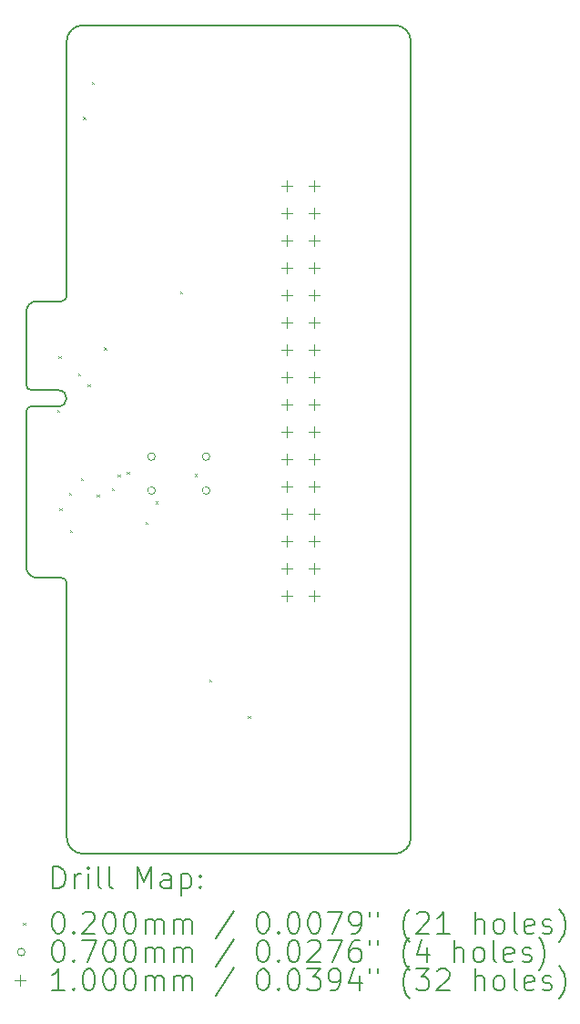
<source format=gbr>
%TF.GenerationSoftware,KiCad,Pcbnew,9.0.2*%
%TF.CreationDate,2025-06-24T15:08:36-04:00*%
%TF.ProjectId,uconsole-expansion-card-template,75636f6e-736f-46c6-952d-657870616e73,0.1*%
%TF.SameCoordinates,Original*%
%TF.FileFunction,Drillmap*%
%TF.FilePolarity,Positive*%
%FSLAX45Y45*%
G04 Gerber Fmt 4.5, Leading zero omitted, Abs format (unit mm)*
G04 Created by KiCad (PCBNEW 9.0.2) date 2025-06-24 15:08:36*
%MOMM*%
%LPD*%
G01*
G04 APERTURE LIST*
%ADD10C,0.200000*%
%ADD11C,0.100000*%
G04 APERTURE END LIST*
D10*
X8361500Y-11335000D02*
G75*
G02*
X8261500Y-11235000I0J100000D01*
G01*
X11688500Y-13900000D02*
X8788500Y-13900000D01*
X11688500Y-6200000D02*
G75*
G02*
X11838500Y-6350000I0J-150000D01*
G01*
X8261500Y-8865000D02*
G75*
G02*
X8361500Y-8765000I100000J0D01*
G01*
X8361500Y-8765000D02*
X8588500Y-8765000D01*
X8638500Y-13750000D02*
X8638500Y-11385000D01*
X8638500Y-8715000D02*
X8638500Y-6350000D01*
X8261500Y-11235000D02*
X8261500Y-9792000D01*
X8788500Y-6200000D02*
X11688500Y-6200000D01*
X11838500Y-6350000D02*
X11838500Y-13750000D01*
X8261500Y-9792000D02*
G75*
G02*
X8311500Y-9742000I50000J0D01*
G01*
X8561500Y-9592000D02*
G75*
G02*
X8561500Y-9742000I0J-75000D01*
G01*
X8638500Y-8715000D02*
G75*
G02*
X8588500Y-8765000I-50000J0D01*
G01*
X8561500Y-9742000D02*
X8311500Y-9742000D01*
X8311500Y-9592000D02*
G75*
G02*
X8261500Y-9542000I0J50000D01*
G01*
X8638500Y-6350000D02*
G75*
G02*
X8788500Y-6200000I150000J0D01*
G01*
X8261500Y-9542000D02*
X8261500Y-8865000D01*
X8588500Y-11335000D02*
G75*
G02*
X8638500Y-11385000I0J-50000D01*
G01*
X8588500Y-11335000D02*
X8361500Y-11335000D01*
X8311500Y-9592000D02*
X8561500Y-9592000D01*
X8788500Y-13900000D02*
G75*
G02*
X8638500Y-13750000I0J150000D01*
G01*
X11838500Y-13750000D02*
G75*
G02*
X11688500Y-13900000I-150000J0D01*
G01*
D11*
X8551850Y-9774330D02*
X8571850Y-9794330D01*
X8571850Y-9774330D02*
X8551850Y-9794330D01*
X8562750Y-9273740D02*
X8582750Y-9293740D01*
X8582750Y-9273740D02*
X8562750Y-9293740D01*
X8571580Y-10689920D02*
X8591580Y-10709920D01*
X8591580Y-10689920D02*
X8571580Y-10709920D01*
X8660760Y-10546950D02*
X8680760Y-10566950D01*
X8680760Y-10546950D02*
X8660760Y-10566950D01*
X8667770Y-10893410D02*
X8687770Y-10913410D01*
X8687770Y-10893410D02*
X8667770Y-10913410D01*
X8742660Y-9437760D02*
X8762660Y-9457760D01*
X8762660Y-9437760D02*
X8742660Y-9457760D01*
X8769226Y-10407774D02*
X8789226Y-10427774D01*
X8789226Y-10407774D02*
X8769226Y-10427774D01*
X8791000Y-7051400D02*
X8811000Y-7071400D01*
X8811000Y-7051400D02*
X8791000Y-7071400D01*
X8834550Y-9534800D02*
X8854550Y-9554800D01*
X8854550Y-9534800D02*
X8834550Y-9554800D01*
X8873000Y-6724000D02*
X8893000Y-6744000D01*
X8893000Y-6724000D02*
X8873000Y-6744000D01*
X8918705Y-10561705D02*
X8938705Y-10581705D01*
X8938705Y-10561705D02*
X8918705Y-10581705D01*
X8986580Y-9193920D02*
X9006580Y-9213920D01*
X9006580Y-9193920D02*
X8986580Y-9213920D01*
X9059436Y-10501985D02*
X9079436Y-10521985D01*
X9079436Y-10501985D02*
X9059436Y-10521985D01*
X9112780Y-10377850D02*
X9132780Y-10397850D01*
X9132780Y-10377850D02*
X9112780Y-10397850D01*
X9196060Y-10348600D02*
X9216060Y-10368600D01*
X9216060Y-10348600D02*
X9196060Y-10368600D01*
X9371551Y-10814099D02*
X9391551Y-10834099D01*
X9391551Y-10814099D02*
X9371551Y-10834099D01*
X9462160Y-10625870D02*
X9482160Y-10645870D01*
X9482160Y-10625870D02*
X9462160Y-10645870D01*
X9690950Y-8674800D02*
X9710950Y-8694800D01*
X9710950Y-8674800D02*
X9690950Y-8694800D01*
X9831000Y-10372000D02*
X9851000Y-10392000D01*
X9851000Y-10372000D02*
X9831000Y-10392000D01*
X9965600Y-12281240D02*
X9985600Y-12301240D01*
X9985600Y-12281240D02*
X9965600Y-12301240D01*
X10324610Y-12621810D02*
X10344610Y-12641810D01*
X10344610Y-12621810D02*
X10324610Y-12641810D01*
X9461000Y-10210000D02*
G75*
G02*
X9391000Y-10210000I-35000J0D01*
G01*
X9391000Y-10210000D02*
G75*
G02*
X9461000Y-10210000I35000J0D01*
G01*
X9461000Y-10525000D02*
G75*
G02*
X9391000Y-10525000I-35000J0D01*
G01*
X9391000Y-10525000D02*
G75*
G02*
X9461000Y-10525000I35000J0D01*
G01*
X9969000Y-10210000D02*
G75*
G02*
X9899000Y-10210000I-35000J0D01*
G01*
X9899000Y-10210000D02*
G75*
G02*
X9969000Y-10210000I35000J0D01*
G01*
X9969000Y-10525000D02*
G75*
G02*
X9899000Y-10525000I-35000J0D01*
G01*
X9899000Y-10525000D02*
G75*
G02*
X9969000Y-10525000I35000J0D01*
G01*
X10687500Y-7645000D02*
X10687500Y-7745000D01*
X10637500Y-7695000D02*
X10737500Y-7695000D01*
X10687500Y-7899000D02*
X10687500Y-7999000D01*
X10637500Y-7949000D02*
X10737500Y-7949000D01*
X10687500Y-8153000D02*
X10687500Y-8253000D01*
X10637500Y-8203000D02*
X10737500Y-8203000D01*
X10687500Y-8407000D02*
X10687500Y-8507000D01*
X10637500Y-8457000D02*
X10737500Y-8457000D01*
X10687500Y-8661000D02*
X10687500Y-8761000D01*
X10637500Y-8711000D02*
X10737500Y-8711000D01*
X10687500Y-8915000D02*
X10687500Y-9015000D01*
X10637500Y-8965000D02*
X10737500Y-8965000D01*
X10687500Y-9169000D02*
X10687500Y-9269000D01*
X10637500Y-9219000D02*
X10737500Y-9219000D01*
X10687500Y-9423000D02*
X10687500Y-9523000D01*
X10637500Y-9473000D02*
X10737500Y-9473000D01*
X10687500Y-9677000D02*
X10687500Y-9777000D01*
X10637500Y-9727000D02*
X10737500Y-9727000D01*
X10687500Y-9931000D02*
X10687500Y-10031000D01*
X10637500Y-9981000D02*
X10737500Y-9981000D01*
X10687500Y-10185000D02*
X10687500Y-10285000D01*
X10637500Y-10235000D02*
X10737500Y-10235000D01*
X10687500Y-10439000D02*
X10687500Y-10539000D01*
X10637500Y-10489000D02*
X10737500Y-10489000D01*
X10687500Y-10693000D02*
X10687500Y-10793000D01*
X10637500Y-10743000D02*
X10737500Y-10743000D01*
X10687500Y-10947000D02*
X10687500Y-11047000D01*
X10637500Y-10997000D02*
X10737500Y-10997000D01*
X10687500Y-11201000D02*
X10687500Y-11301000D01*
X10637500Y-11251000D02*
X10737500Y-11251000D01*
X10687500Y-11455000D02*
X10687500Y-11555000D01*
X10637500Y-11505000D02*
X10737500Y-11505000D01*
X10941500Y-7645000D02*
X10941500Y-7745000D01*
X10891500Y-7695000D02*
X10991500Y-7695000D01*
X10941500Y-7899000D02*
X10941500Y-7999000D01*
X10891500Y-7949000D02*
X10991500Y-7949000D01*
X10941500Y-8153000D02*
X10941500Y-8253000D01*
X10891500Y-8203000D02*
X10991500Y-8203000D01*
X10941500Y-8407000D02*
X10941500Y-8507000D01*
X10891500Y-8457000D02*
X10991500Y-8457000D01*
X10941500Y-8661000D02*
X10941500Y-8761000D01*
X10891500Y-8711000D02*
X10991500Y-8711000D01*
X10941500Y-8915000D02*
X10941500Y-9015000D01*
X10891500Y-8965000D02*
X10991500Y-8965000D01*
X10941500Y-9169000D02*
X10941500Y-9269000D01*
X10891500Y-9219000D02*
X10991500Y-9219000D01*
X10941500Y-9423000D02*
X10941500Y-9523000D01*
X10891500Y-9473000D02*
X10991500Y-9473000D01*
X10941500Y-9677000D02*
X10941500Y-9777000D01*
X10891500Y-9727000D02*
X10991500Y-9727000D01*
X10941500Y-9931000D02*
X10941500Y-10031000D01*
X10891500Y-9981000D02*
X10991500Y-9981000D01*
X10941500Y-10185000D02*
X10941500Y-10285000D01*
X10891500Y-10235000D02*
X10991500Y-10235000D01*
X10941500Y-10439000D02*
X10941500Y-10539000D01*
X10891500Y-10489000D02*
X10991500Y-10489000D01*
X10941500Y-10693000D02*
X10941500Y-10793000D01*
X10891500Y-10743000D02*
X10991500Y-10743000D01*
X10941500Y-10947000D02*
X10941500Y-11047000D01*
X10891500Y-10997000D02*
X10991500Y-10997000D01*
X10941500Y-11201000D02*
X10941500Y-11301000D01*
X10891500Y-11251000D02*
X10991500Y-11251000D01*
X10941500Y-11455000D02*
X10941500Y-11555000D01*
X10891500Y-11505000D02*
X10991500Y-11505000D01*
D10*
X8512277Y-14221484D02*
X8512277Y-14021484D01*
X8512277Y-14021484D02*
X8559896Y-14021484D01*
X8559896Y-14021484D02*
X8588467Y-14031008D01*
X8588467Y-14031008D02*
X8607515Y-14050055D01*
X8607515Y-14050055D02*
X8617039Y-14069103D01*
X8617039Y-14069103D02*
X8626563Y-14107198D01*
X8626563Y-14107198D02*
X8626563Y-14135769D01*
X8626563Y-14135769D02*
X8617039Y-14173865D01*
X8617039Y-14173865D02*
X8607515Y-14192912D01*
X8607515Y-14192912D02*
X8588467Y-14211960D01*
X8588467Y-14211960D02*
X8559896Y-14221484D01*
X8559896Y-14221484D02*
X8512277Y-14221484D01*
X8712277Y-14221484D02*
X8712277Y-14088150D01*
X8712277Y-14126246D02*
X8721801Y-14107198D01*
X8721801Y-14107198D02*
X8731324Y-14097674D01*
X8731324Y-14097674D02*
X8750372Y-14088150D01*
X8750372Y-14088150D02*
X8769420Y-14088150D01*
X8836086Y-14221484D02*
X8836086Y-14088150D01*
X8836086Y-14021484D02*
X8826563Y-14031008D01*
X8826563Y-14031008D02*
X8836086Y-14040531D01*
X8836086Y-14040531D02*
X8845610Y-14031008D01*
X8845610Y-14031008D02*
X8836086Y-14021484D01*
X8836086Y-14021484D02*
X8836086Y-14040531D01*
X8959896Y-14221484D02*
X8940848Y-14211960D01*
X8940848Y-14211960D02*
X8931324Y-14192912D01*
X8931324Y-14192912D02*
X8931324Y-14021484D01*
X9064658Y-14221484D02*
X9045610Y-14211960D01*
X9045610Y-14211960D02*
X9036086Y-14192912D01*
X9036086Y-14192912D02*
X9036086Y-14021484D01*
X9293229Y-14221484D02*
X9293229Y-14021484D01*
X9293229Y-14021484D02*
X9359896Y-14164341D01*
X9359896Y-14164341D02*
X9426563Y-14021484D01*
X9426563Y-14021484D02*
X9426563Y-14221484D01*
X9607515Y-14221484D02*
X9607515Y-14116722D01*
X9607515Y-14116722D02*
X9597991Y-14097674D01*
X9597991Y-14097674D02*
X9578944Y-14088150D01*
X9578944Y-14088150D02*
X9540848Y-14088150D01*
X9540848Y-14088150D02*
X9521801Y-14097674D01*
X9607515Y-14211960D02*
X9588467Y-14221484D01*
X9588467Y-14221484D02*
X9540848Y-14221484D01*
X9540848Y-14221484D02*
X9521801Y-14211960D01*
X9521801Y-14211960D02*
X9512277Y-14192912D01*
X9512277Y-14192912D02*
X9512277Y-14173865D01*
X9512277Y-14173865D02*
X9521801Y-14154817D01*
X9521801Y-14154817D02*
X9540848Y-14145293D01*
X9540848Y-14145293D02*
X9588467Y-14145293D01*
X9588467Y-14145293D02*
X9607515Y-14135769D01*
X9702753Y-14088150D02*
X9702753Y-14288150D01*
X9702753Y-14097674D02*
X9721801Y-14088150D01*
X9721801Y-14088150D02*
X9759896Y-14088150D01*
X9759896Y-14088150D02*
X9778944Y-14097674D01*
X9778944Y-14097674D02*
X9788467Y-14107198D01*
X9788467Y-14107198D02*
X9797991Y-14126246D01*
X9797991Y-14126246D02*
X9797991Y-14183388D01*
X9797991Y-14183388D02*
X9788467Y-14202436D01*
X9788467Y-14202436D02*
X9778944Y-14211960D01*
X9778944Y-14211960D02*
X9759896Y-14221484D01*
X9759896Y-14221484D02*
X9721801Y-14221484D01*
X9721801Y-14221484D02*
X9702753Y-14211960D01*
X9883705Y-14202436D02*
X9893229Y-14211960D01*
X9893229Y-14211960D02*
X9883705Y-14221484D01*
X9883705Y-14221484D02*
X9874182Y-14211960D01*
X9874182Y-14211960D02*
X9883705Y-14202436D01*
X9883705Y-14202436D02*
X9883705Y-14221484D01*
X9883705Y-14097674D02*
X9893229Y-14107198D01*
X9893229Y-14107198D02*
X9883705Y-14116722D01*
X9883705Y-14116722D02*
X9874182Y-14107198D01*
X9874182Y-14107198D02*
X9883705Y-14097674D01*
X9883705Y-14097674D02*
X9883705Y-14116722D01*
D11*
X8231500Y-14540000D02*
X8251500Y-14560000D01*
X8251500Y-14540000D02*
X8231500Y-14560000D01*
D10*
X8550372Y-14441484D02*
X8569420Y-14441484D01*
X8569420Y-14441484D02*
X8588467Y-14451008D01*
X8588467Y-14451008D02*
X8597991Y-14460531D01*
X8597991Y-14460531D02*
X8607515Y-14479579D01*
X8607515Y-14479579D02*
X8617039Y-14517674D01*
X8617039Y-14517674D02*
X8617039Y-14565293D01*
X8617039Y-14565293D02*
X8607515Y-14603388D01*
X8607515Y-14603388D02*
X8597991Y-14622436D01*
X8597991Y-14622436D02*
X8588467Y-14631960D01*
X8588467Y-14631960D02*
X8569420Y-14641484D01*
X8569420Y-14641484D02*
X8550372Y-14641484D01*
X8550372Y-14641484D02*
X8531324Y-14631960D01*
X8531324Y-14631960D02*
X8521801Y-14622436D01*
X8521801Y-14622436D02*
X8512277Y-14603388D01*
X8512277Y-14603388D02*
X8502753Y-14565293D01*
X8502753Y-14565293D02*
X8502753Y-14517674D01*
X8502753Y-14517674D02*
X8512277Y-14479579D01*
X8512277Y-14479579D02*
X8521801Y-14460531D01*
X8521801Y-14460531D02*
X8531324Y-14451008D01*
X8531324Y-14451008D02*
X8550372Y-14441484D01*
X8702753Y-14622436D02*
X8712277Y-14631960D01*
X8712277Y-14631960D02*
X8702753Y-14641484D01*
X8702753Y-14641484D02*
X8693229Y-14631960D01*
X8693229Y-14631960D02*
X8702753Y-14622436D01*
X8702753Y-14622436D02*
X8702753Y-14641484D01*
X8788467Y-14460531D02*
X8797991Y-14451008D01*
X8797991Y-14451008D02*
X8817039Y-14441484D01*
X8817039Y-14441484D02*
X8864658Y-14441484D01*
X8864658Y-14441484D02*
X8883705Y-14451008D01*
X8883705Y-14451008D02*
X8893229Y-14460531D01*
X8893229Y-14460531D02*
X8902753Y-14479579D01*
X8902753Y-14479579D02*
X8902753Y-14498627D01*
X8902753Y-14498627D02*
X8893229Y-14527198D01*
X8893229Y-14527198D02*
X8778944Y-14641484D01*
X8778944Y-14641484D02*
X8902753Y-14641484D01*
X9026563Y-14441484D02*
X9045610Y-14441484D01*
X9045610Y-14441484D02*
X9064658Y-14451008D01*
X9064658Y-14451008D02*
X9074182Y-14460531D01*
X9074182Y-14460531D02*
X9083705Y-14479579D01*
X9083705Y-14479579D02*
X9093229Y-14517674D01*
X9093229Y-14517674D02*
X9093229Y-14565293D01*
X9093229Y-14565293D02*
X9083705Y-14603388D01*
X9083705Y-14603388D02*
X9074182Y-14622436D01*
X9074182Y-14622436D02*
X9064658Y-14631960D01*
X9064658Y-14631960D02*
X9045610Y-14641484D01*
X9045610Y-14641484D02*
X9026563Y-14641484D01*
X9026563Y-14641484D02*
X9007515Y-14631960D01*
X9007515Y-14631960D02*
X8997991Y-14622436D01*
X8997991Y-14622436D02*
X8988467Y-14603388D01*
X8988467Y-14603388D02*
X8978944Y-14565293D01*
X8978944Y-14565293D02*
X8978944Y-14517674D01*
X8978944Y-14517674D02*
X8988467Y-14479579D01*
X8988467Y-14479579D02*
X8997991Y-14460531D01*
X8997991Y-14460531D02*
X9007515Y-14451008D01*
X9007515Y-14451008D02*
X9026563Y-14441484D01*
X9217039Y-14441484D02*
X9236086Y-14441484D01*
X9236086Y-14441484D02*
X9255134Y-14451008D01*
X9255134Y-14451008D02*
X9264658Y-14460531D01*
X9264658Y-14460531D02*
X9274182Y-14479579D01*
X9274182Y-14479579D02*
X9283705Y-14517674D01*
X9283705Y-14517674D02*
X9283705Y-14565293D01*
X9283705Y-14565293D02*
X9274182Y-14603388D01*
X9274182Y-14603388D02*
X9264658Y-14622436D01*
X9264658Y-14622436D02*
X9255134Y-14631960D01*
X9255134Y-14631960D02*
X9236086Y-14641484D01*
X9236086Y-14641484D02*
X9217039Y-14641484D01*
X9217039Y-14641484D02*
X9197991Y-14631960D01*
X9197991Y-14631960D02*
X9188467Y-14622436D01*
X9188467Y-14622436D02*
X9178944Y-14603388D01*
X9178944Y-14603388D02*
X9169420Y-14565293D01*
X9169420Y-14565293D02*
X9169420Y-14517674D01*
X9169420Y-14517674D02*
X9178944Y-14479579D01*
X9178944Y-14479579D02*
X9188467Y-14460531D01*
X9188467Y-14460531D02*
X9197991Y-14451008D01*
X9197991Y-14451008D02*
X9217039Y-14441484D01*
X9369420Y-14641484D02*
X9369420Y-14508150D01*
X9369420Y-14527198D02*
X9378944Y-14517674D01*
X9378944Y-14517674D02*
X9397991Y-14508150D01*
X9397991Y-14508150D02*
X9426563Y-14508150D01*
X9426563Y-14508150D02*
X9445610Y-14517674D01*
X9445610Y-14517674D02*
X9455134Y-14536722D01*
X9455134Y-14536722D02*
X9455134Y-14641484D01*
X9455134Y-14536722D02*
X9464658Y-14517674D01*
X9464658Y-14517674D02*
X9483705Y-14508150D01*
X9483705Y-14508150D02*
X9512277Y-14508150D01*
X9512277Y-14508150D02*
X9531325Y-14517674D01*
X9531325Y-14517674D02*
X9540848Y-14536722D01*
X9540848Y-14536722D02*
X9540848Y-14641484D01*
X9636086Y-14641484D02*
X9636086Y-14508150D01*
X9636086Y-14527198D02*
X9645610Y-14517674D01*
X9645610Y-14517674D02*
X9664658Y-14508150D01*
X9664658Y-14508150D02*
X9693229Y-14508150D01*
X9693229Y-14508150D02*
X9712277Y-14517674D01*
X9712277Y-14517674D02*
X9721801Y-14536722D01*
X9721801Y-14536722D02*
X9721801Y-14641484D01*
X9721801Y-14536722D02*
X9731325Y-14517674D01*
X9731325Y-14517674D02*
X9750372Y-14508150D01*
X9750372Y-14508150D02*
X9778944Y-14508150D01*
X9778944Y-14508150D02*
X9797991Y-14517674D01*
X9797991Y-14517674D02*
X9807515Y-14536722D01*
X9807515Y-14536722D02*
X9807515Y-14641484D01*
X10197991Y-14431960D02*
X10026563Y-14689103D01*
X10455134Y-14441484D02*
X10474182Y-14441484D01*
X10474182Y-14441484D02*
X10493229Y-14451008D01*
X10493229Y-14451008D02*
X10502753Y-14460531D01*
X10502753Y-14460531D02*
X10512277Y-14479579D01*
X10512277Y-14479579D02*
X10521801Y-14517674D01*
X10521801Y-14517674D02*
X10521801Y-14565293D01*
X10521801Y-14565293D02*
X10512277Y-14603388D01*
X10512277Y-14603388D02*
X10502753Y-14622436D01*
X10502753Y-14622436D02*
X10493229Y-14631960D01*
X10493229Y-14631960D02*
X10474182Y-14641484D01*
X10474182Y-14641484D02*
X10455134Y-14641484D01*
X10455134Y-14641484D02*
X10436087Y-14631960D01*
X10436087Y-14631960D02*
X10426563Y-14622436D01*
X10426563Y-14622436D02*
X10417039Y-14603388D01*
X10417039Y-14603388D02*
X10407515Y-14565293D01*
X10407515Y-14565293D02*
X10407515Y-14517674D01*
X10407515Y-14517674D02*
X10417039Y-14479579D01*
X10417039Y-14479579D02*
X10426563Y-14460531D01*
X10426563Y-14460531D02*
X10436087Y-14451008D01*
X10436087Y-14451008D02*
X10455134Y-14441484D01*
X10607515Y-14622436D02*
X10617039Y-14631960D01*
X10617039Y-14631960D02*
X10607515Y-14641484D01*
X10607515Y-14641484D02*
X10597991Y-14631960D01*
X10597991Y-14631960D02*
X10607515Y-14622436D01*
X10607515Y-14622436D02*
X10607515Y-14641484D01*
X10740848Y-14441484D02*
X10759896Y-14441484D01*
X10759896Y-14441484D02*
X10778944Y-14451008D01*
X10778944Y-14451008D02*
X10788468Y-14460531D01*
X10788468Y-14460531D02*
X10797991Y-14479579D01*
X10797991Y-14479579D02*
X10807515Y-14517674D01*
X10807515Y-14517674D02*
X10807515Y-14565293D01*
X10807515Y-14565293D02*
X10797991Y-14603388D01*
X10797991Y-14603388D02*
X10788468Y-14622436D01*
X10788468Y-14622436D02*
X10778944Y-14631960D01*
X10778944Y-14631960D02*
X10759896Y-14641484D01*
X10759896Y-14641484D02*
X10740848Y-14641484D01*
X10740848Y-14641484D02*
X10721801Y-14631960D01*
X10721801Y-14631960D02*
X10712277Y-14622436D01*
X10712277Y-14622436D02*
X10702753Y-14603388D01*
X10702753Y-14603388D02*
X10693229Y-14565293D01*
X10693229Y-14565293D02*
X10693229Y-14517674D01*
X10693229Y-14517674D02*
X10702753Y-14479579D01*
X10702753Y-14479579D02*
X10712277Y-14460531D01*
X10712277Y-14460531D02*
X10721801Y-14451008D01*
X10721801Y-14451008D02*
X10740848Y-14441484D01*
X10931325Y-14441484D02*
X10950372Y-14441484D01*
X10950372Y-14441484D02*
X10969420Y-14451008D01*
X10969420Y-14451008D02*
X10978944Y-14460531D01*
X10978944Y-14460531D02*
X10988468Y-14479579D01*
X10988468Y-14479579D02*
X10997991Y-14517674D01*
X10997991Y-14517674D02*
X10997991Y-14565293D01*
X10997991Y-14565293D02*
X10988468Y-14603388D01*
X10988468Y-14603388D02*
X10978944Y-14622436D01*
X10978944Y-14622436D02*
X10969420Y-14631960D01*
X10969420Y-14631960D02*
X10950372Y-14641484D01*
X10950372Y-14641484D02*
X10931325Y-14641484D01*
X10931325Y-14641484D02*
X10912277Y-14631960D01*
X10912277Y-14631960D02*
X10902753Y-14622436D01*
X10902753Y-14622436D02*
X10893229Y-14603388D01*
X10893229Y-14603388D02*
X10883706Y-14565293D01*
X10883706Y-14565293D02*
X10883706Y-14517674D01*
X10883706Y-14517674D02*
X10893229Y-14479579D01*
X10893229Y-14479579D02*
X10902753Y-14460531D01*
X10902753Y-14460531D02*
X10912277Y-14451008D01*
X10912277Y-14451008D02*
X10931325Y-14441484D01*
X11064658Y-14441484D02*
X11197991Y-14441484D01*
X11197991Y-14441484D02*
X11112277Y-14641484D01*
X11283706Y-14641484D02*
X11321801Y-14641484D01*
X11321801Y-14641484D02*
X11340848Y-14631960D01*
X11340848Y-14631960D02*
X11350372Y-14622436D01*
X11350372Y-14622436D02*
X11369420Y-14593865D01*
X11369420Y-14593865D02*
X11378944Y-14555769D01*
X11378944Y-14555769D02*
X11378944Y-14479579D01*
X11378944Y-14479579D02*
X11369420Y-14460531D01*
X11369420Y-14460531D02*
X11359896Y-14451008D01*
X11359896Y-14451008D02*
X11340848Y-14441484D01*
X11340848Y-14441484D02*
X11302753Y-14441484D01*
X11302753Y-14441484D02*
X11283706Y-14451008D01*
X11283706Y-14451008D02*
X11274182Y-14460531D01*
X11274182Y-14460531D02*
X11264658Y-14479579D01*
X11264658Y-14479579D02*
X11264658Y-14527198D01*
X11264658Y-14527198D02*
X11274182Y-14546246D01*
X11274182Y-14546246D02*
X11283706Y-14555769D01*
X11283706Y-14555769D02*
X11302753Y-14565293D01*
X11302753Y-14565293D02*
X11340848Y-14565293D01*
X11340848Y-14565293D02*
X11359896Y-14555769D01*
X11359896Y-14555769D02*
X11369420Y-14546246D01*
X11369420Y-14546246D02*
X11378944Y-14527198D01*
X11455134Y-14441484D02*
X11455134Y-14479579D01*
X11531325Y-14441484D02*
X11531325Y-14479579D01*
X11826563Y-14717674D02*
X11817039Y-14708150D01*
X11817039Y-14708150D02*
X11797991Y-14679579D01*
X11797991Y-14679579D02*
X11788468Y-14660531D01*
X11788468Y-14660531D02*
X11778944Y-14631960D01*
X11778944Y-14631960D02*
X11769420Y-14584341D01*
X11769420Y-14584341D02*
X11769420Y-14546246D01*
X11769420Y-14546246D02*
X11778944Y-14498627D01*
X11778944Y-14498627D02*
X11788468Y-14470055D01*
X11788468Y-14470055D02*
X11797991Y-14451008D01*
X11797991Y-14451008D02*
X11817039Y-14422436D01*
X11817039Y-14422436D02*
X11826563Y-14412912D01*
X11893229Y-14460531D02*
X11902753Y-14451008D01*
X11902753Y-14451008D02*
X11921801Y-14441484D01*
X11921801Y-14441484D02*
X11969420Y-14441484D01*
X11969420Y-14441484D02*
X11988468Y-14451008D01*
X11988468Y-14451008D02*
X11997991Y-14460531D01*
X11997991Y-14460531D02*
X12007515Y-14479579D01*
X12007515Y-14479579D02*
X12007515Y-14498627D01*
X12007515Y-14498627D02*
X11997991Y-14527198D01*
X11997991Y-14527198D02*
X11883706Y-14641484D01*
X11883706Y-14641484D02*
X12007515Y-14641484D01*
X12197991Y-14641484D02*
X12083706Y-14641484D01*
X12140848Y-14641484D02*
X12140848Y-14441484D01*
X12140848Y-14441484D02*
X12121801Y-14470055D01*
X12121801Y-14470055D02*
X12102753Y-14489103D01*
X12102753Y-14489103D02*
X12083706Y-14498627D01*
X12436087Y-14641484D02*
X12436087Y-14441484D01*
X12521801Y-14641484D02*
X12521801Y-14536722D01*
X12521801Y-14536722D02*
X12512277Y-14517674D01*
X12512277Y-14517674D02*
X12493230Y-14508150D01*
X12493230Y-14508150D02*
X12464658Y-14508150D01*
X12464658Y-14508150D02*
X12445610Y-14517674D01*
X12445610Y-14517674D02*
X12436087Y-14527198D01*
X12645610Y-14641484D02*
X12626563Y-14631960D01*
X12626563Y-14631960D02*
X12617039Y-14622436D01*
X12617039Y-14622436D02*
X12607515Y-14603388D01*
X12607515Y-14603388D02*
X12607515Y-14546246D01*
X12607515Y-14546246D02*
X12617039Y-14527198D01*
X12617039Y-14527198D02*
X12626563Y-14517674D01*
X12626563Y-14517674D02*
X12645610Y-14508150D01*
X12645610Y-14508150D02*
X12674182Y-14508150D01*
X12674182Y-14508150D02*
X12693230Y-14517674D01*
X12693230Y-14517674D02*
X12702753Y-14527198D01*
X12702753Y-14527198D02*
X12712277Y-14546246D01*
X12712277Y-14546246D02*
X12712277Y-14603388D01*
X12712277Y-14603388D02*
X12702753Y-14622436D01*
X12702753Y-14622436D02*
X12693230Y-14631960D01*
X12693230Y-14631960D02*
X12674182Y-14641484D01*
X12674182Y-14641484D02*
X12645610Y-14641484D01*
X12826563Y-14641484D02*
X12807515Y-14631960D01*
X12807515Y-14631960D02*
X12797991Y-14612912D01*
X12797991Y-14612912D02*
X12797991Y-14441484D01*
X12978944Y-14631960D02*
X12959896Y-14641484D01*
X12959896Y-14641484D02*
X12921801Y-14641484D01*
X12921801Y-14641484D02*
X12902753Y-14631960D01*
X12902753Y-14631960D02*
X12893230Y-14612912D01*
X12893230Y-14612912D02*
X12893230Y-14536722D01*
X12893230Y-14536722D02*
X12902753Y-14517674D01*
X12902753Y-14517674D02*
X12921801Y-14508150D01*
X12921801Y-14508150D02*
X12959896Y-14508150D01*
X12959896Y-14508150D02*
X12978944Y-14517674D01*
X12978944Y-14517674D02*
X12988468Y-14536722D01*
X12988468Y-14536722D02*
X12988468Y-14555769D01*
X12988468Y-14555769D02*
X12893230Y-14574817D01*
X13064658Y-14631960D02*
X13083706Y-14641484D01*
X13083706Y-14641484D02*
X13121801Y-14641484D01*
X13121801Y-14641484D02*
X13140849Y-14631960D01*
X13140849Y-14631960D02*
X13150372Y-14612912D01*
X13150372Y-14612912D02*
X13150372Y-14603388D01*
X13150372Y-14603388D02*
X13140849Y-14584341D01*
X13140849Y-14584341D02*
X13121801Y-14574817D01*
X13121801Y-14574817D02*
X13093230Y-14574817D01*
X13093230Y-14574817D02*
X13074182Y-14565293D01*
X13074182Y-14565293D02*
X13064658Y-14546246D01*
X13064658Y-14546246D02*
X13064658Y-14536722D01*
X13064658Y-14536722D02*
X13074182Y-14517674D01*
X13074182Y-14517674D02*
X13093230Y-14508150D01*
X13093230Y-14508150D02*
X13121801Y-14508150D01*
X13121801Y-14508150D02*
X13140849Y-14517674D01*
X13217039Y-14717674D02*
X13226563Y-14708150D01*
X13226563Y-14708150D02*
X13245611Y-14679579D01*
X13245611Y-14679579D02*
X13255134Y-14660531D01*
X13255134Y-14660531D02*
X13264658Y-14631960D01*
X13264658Y-14631960D02*
X13274182Y-14584341D01*
X13274182Y-14584341D02*
X13274182Y-14546246D01*
X13274182Y-14546246D02*
X13264658Y-14498627D01*
X13264658Y-14498627D02*
X13255134Y-14470055D01*
X13255134Y-14470055D02*
X13245611Y-14451008D01*
X13245611Y-14451008D02*
X13226563Y-14422436D01*
X13226563Y-14422436D02*
X13217039Y-14412912D01*
D11*
X8251500Y-14814000D02*
G75*
G02*
X8181500Y-14814000I-35000J0D01*
G01*
X8181500Y-14814000D02*
G75*
G02*
X8251500Y-14814000I35000J0D01*
G01*
D10*
X8550372Y-14705484D02*
X8569420Y-14705484D01*
X8569420Y-14705484D02*
X8588467Y-14715008D01*
X8588467Y-14715008D02*
X8597991Y-14724531D01*
X8597991Y-14724531D02*
X8607515Y-14743579D01*
X8607515Y-14743579D02*
X8617039Y-14781674D01*
X8617039Y-14781674D02*
X8617039Y-14829293D01*
X8617039Y-14829293D02*
X8607515Y-14867388D01*
X8607515Y-14867388D02*
X8597991Y-14886436D01*
X8597991Y-14886436D02*
X8588467Y-14895960D01*
X8588467Y-14895960D02*
X8569420Y-14905484D01*
X8569420Y-14905484D02*
X8550372Y-14905484D01*
X8550372Y-14905484D02*
X8531324Y-14895960D01*
X8531324Y-14895960D02*
X8521801Y-14886436D01*
X8521801Y-14886436D02*
X8512277Y-14867388D01*
X8512277Y-14867388D02*
X8502753Y-14829293D01*
X8502753Y-14829293D02*
X8502753Y-14781674D01*
X8502753Y-14781674D02*
X8512277Y-14743579D01*
X8512277Y-14743579D02*
X8521801Y-14724531D01*
X8521801Y-14724531D02*
X8531324Y-14715008D01*
X8531324Y-14715008D02*
X8550372Y-14705484D01*
X8702753Y-14886436D02*
X8712277Y-14895960D01*
X8712277Y-14895960D02*
X8702753Y-14905484D01*
X8702753Y-14905484D02*
X8693229Y-14895960D01*
X8693229Y-14895960D02*
X8702753Y-14886436D01*
X8702753Y-14886436D02*
X8702753Y-14905484D01*
X8778944Y-14705484D02*
X8912277Y-14705484D01*
X8912277Y-14705484D02*
X8826563Y-14905484D01*
X9026563Y-14705484D02*
X9045610Y-14705484D01*
X9045610Y-14705484D02*
X9064658Y-14715008D01*
X9064658Y-14715008D02*
X9074182Y-14724531D01*
X9074182Y-14724531D02*
X9083705Y-14743579D01*
X9083705Y-14743579D02*
X9093229Y-14781674D01*
X9093229Y-14781674D02*
X9093229Y-14829293D01*
X9093229Y-14829293D02*
X9083705Y-14867388D01*
X9083705Y-14867388D02*
X9074182Y-14886436D01*
X9074182Y-14886436D02*
X9064658Y-14895960D01*
X9064658Y-14895960D02*
X9045610Y-14905484D01*
X9045610Y-14905484D02*
X9026563Y-14905484D01*
X9026563Y-14905484D02*
X9007515Y-14895960D01*
X9007515Y-14895960D02*
X8997991Y-14886436D01*
X8997991Y-14886436D02*
X8988467Y-14867388D01*
X8988467Y-14867388D02*
X8978944Y-14829293D01*
X8978944Y-14829293D02*
X8978944Y-14781674D01*
X8978944Y-14781674D02*
X8988467Y-14743579D01*
X8988467Y-14743579D02*
X8997991Y-14724531D01*
X8997991Y-14724531D02*
X9007515Y-14715008D01*
X9007515Y-14715008D02*
X9026563Y-14705484D01*
X9217039Y-14705484D02*
X9236086Y-14705484D01*
X9236086Y-14705484D02*
X9255134Y-14715008D01*
X9255134Y-14715008D02*
X9264658Y-14724531D01*
X9264658Y-14724531D02*
X9274182Y-14743579D01*
X9274182Y-14743579D02*
X9283705Y-14781674D01*
X9283705Y-14781674D02*
X9283705Y-14829293D01*
X9283705Y-14829293D02*
X9274182Y-14867388D01*
X9274182Y-14867388D02*
X9264658Y-14886436D01*
X9264658Y-14886436D02*
X9255134Y-14895960D01*
X9255134Y-14895960D02*
X9236086Y-14905484D01*
X9236086Y-14905484D02*
X9217039Y-14905484D01*
X9217039Y-14905484D02*
X9197991Y-14895960D01*
X9197991Y-14895960D02*
X9188467Y-14886436D01*
X9188467Y-14886436D02*
X9178944Y-14867388D01*
X9178944Y-14867388D02*
X9169420Y-14829293D01*
X9169420Y-14829293D02*
X9169420Y-14781674D01*
X9169420Y-14781674D02*
X9178944Y-14743579D01*
X9178944Y-14743579D02*
X9188467Y-14724531D01*
X9188467Y-14724531D02*
X9197991Y-14715008D01*
X9197991Y-14715008D02*
X9217039Y-14705484D01*
X9369420Y-14905484D02*
X9369420Y-14772150D01*
X9369420Y-14791198D02*
X9378944Y-14781674D01*
X9378944Y-14781674D02*
X9397991Y-14772150D01*
X9397991Y-14772150D02*
X9426563Y-14772150D01*
X9426563Y-14772150D02*
X9445610Y-14781674D01*
X9445610Y-14781674D02*
X9455134Y-14800722D01*
X9455134Y-14800722D02*
X9455134Y-14905484D01*
X9455134Y-14800722D02*
X9464658Y-14781674D01*
X9464658Y-14781674D02*
X9483705Y-14772150D01*
X9483705Y-14772150D02*
X9512277Y-14772150D01*
X9512277Y-14772150D02*
X9531325Y-14781674D01*
X9531325Y-14781674D02*
X9540848Y-14800722D01*
X9540848Y-14800722D02*
X9540848Y-14905484D01*
X9636086Y-14905484D02*
X9636086Y-14772150D01*
X9636086Y-14791198D02*
X9645610Y-14781674D01*
X9645610Y-14781674D02*
X9664658Y-14772150D01*
X9664658Y-14772150D02*
X9693229Y-14772150D01*
X9693229Y-14772150D02*
X9712277Y-14781674D01*
X9712277Y-14781674D02*
X9721801Y-14800722D01*
X9721801Y-14800722D02*
X9721801Y-14905484D01*
X9721801Y-14800722D02*
X9731325Y-14781674D01*
X9731325Y-14781674D02*
X9750372Y-14772150D01*
X9750372Y-14772150D02*
X9778944Y-14772150D01*
X9778944Y-14772150D02*
X9797991Y-14781674D01*
X9797991Y-14781674D02*
X9807515Y-14800722D01*
X9807515Y-14800722D02*
X9807515Y-14905484D01*
X10197991Y-14695960D02*
X10026563Y-14953103D01*
X10455134Y-14705484D02*
X10474182Y-14705484D01*
X10474182Y-14705484D02*
X10493229Y-14715008D01*
X10493229Y-14715008D02*
X10502753Y-14724531D01*
X10502753Y-14724531D02*
X10512277Y-14743579D01*
X10512277Y-14743579D02*
X10521801Y-14781674D01*
X10521801Y-14781674D02*
X10521801Y-14829293D01*
X10521801Y-14829293D02*
X10512277Y-14867388D01*
X10512277Y-14867388D02*
X10502753Y-14886436D01*
X10502753Y-14886436D02*
X10493229Y-14895960D01*
X10493229Y-14895960D02*
X10474182Y-14905484D01*
X10474182Y-14905484D02*
X10455134Y-14905484D01*
X10455134Y-14905484D02*
X10436087Y-14895960D01*
X10436087Y-14895960D02*
X10426563Y-14886436D01*
X10426563Y-14886436D02*
X10417039Y-14867388D01*
X10417039Y-14867388D02*
X10407515Y-14829293D01*
X10407515Y-14829293D02*
X10407515Y-14781674D01*
X10407515Y-14781674D02*
X10417039Y-14743579D01*
X10417039Y-14743579D02*
X10426563Y-14724531D01*
X10426563Y-14724531D02*
X10436087Y-14715008D01*
X10436087Y-14715008D02*
X10455134Y-14705484D01*
X10607515Y-14886436D02*
X10617039Y-14895960D01*
X10617039Y-14895960D02*
X10607515Y-14905484D01*
X10607515Y-14905484D02*
X10597991Y-14895960D01*
X10597991Y-14895960D02*
X10607515Y-14886436D01*
X10607515Y-14886436D02*
X10607515Y-14905484D01*
X10740848Y-14705484D02*
X10759896Y-14705484D01*
X10759896Y-14705484D02*
X10778944Y-14715008D01*
X10778944Y-14715008D02*
X10788468Y-14724531D01*
X10788468Y-14724531D02*
X10797991Y-14743579D01*
X10797991Y-14743579D02*
X10807515Y-14781674D01*
X10807515Y-14781674D02*
X10807515Y-14829293D01*
X10807515Y-14829293D02*
X10797991Y-14867388D01*
X10797991Y-14867388D02*
X10788468Y-14886436D01*
X10788468Y-14886436D02*
X10778944Y-14895960D01*
X10778944Y-14895960D02*
X10759896Y-14905484D01*
X10759896Y-14905484D02*
X10740848Y-14905484D01*
X10740848Y-14905484D02*
X10721801Y-14895960D01*
X10721801Y-14895960D02*
X10712277Y-14886436D01*
X10712277Y-14886436D02*
X10702753Y-14867388D01*
X10702753Y-14867388D02*
X10693229Y-14829293D01*
X10693229Y-14829293D02*
X10693229Y-14781674D01*
X10693229Y-14781674D02*
X10702753Y-14743579D01*
X10702753Y-14743579D02*
X10712277Y-14724531D01*
X10712277Y-14724531D02*
X10721801Y-14715008D01*
X10721801Y-14715008D02*
X10740848Y-14705484D01*
X10883706Y-14724531D02*
X10893229Y-14715008D01*
X10893229Y-14715008D02*
X10912277Y-14705484D01*
X10912277Y-14705484D02*
X10959896Y-14705484D01*
X10959896Y-14705484D02*
X10978944Y-14715008D01*
X10978944Y-14715008D02*
X10988468Y-14724531D01*
X10988468Y-14724531D02*
X10997991Y-14743579D01*
X10997991Y-14743579D02*
X10997991Y-14762627D01*
X10997991Y-14762627D02*
X10988468Y-14791198D01*
X10988468Y-14791198D02*
X10874182Y-14905484D01*
X10874182Y-14905484D02*
X10997991Y-14905484D01*
X11064658Y-14705484D02*
X11197991Y-14705484D01*
X11197991Y-14705484D02*
X11112277Y-14905484D01*
X11359896Y-14705484D02*
X11321801Y-14705484D01*
X11321801Y-14705484D02*
X11302753Y-14715008D01*
X11302753Y-14715008D02*
X11293229Y-14724531D01*
X11293229Y-14724531D02*
X11274182Y-14753103D01*
X11274182Y-14753103D02*
X11264658Y-14791198D01*
X11264658Y-14791198D02*
X11264658Y-14867388D01*
X11264658Y-14867388D02*
X11274182Y-14886436D01*
X11274182Y-14886436D02*
X11283706Y-14895960D01*
X11283706Y-14895960D02*
X11302753Y-14905484D01*
X11302753Y-14905484D02*
X11340848Y-14905484D01*
X11340848Y-14905484D02*
X11359896Y-14895960D01*
X11359896Y-14895960D02*
X11369420Y-14886436D01*
X11369420Y-14886436D02*
X11378944Y-14867388D01*
X11378944Y-14867388D02*
X11378944Y-14819769D01*
X11378944Y-14819769D02*
X11369420Y-14800722D01*
X11369420Y-14800722D02*
X11359896Y-14791198D01*
X11359896Y-14791198D02*
X11340848Y-14781674D01*
X11340848Y-14781674D02*
X11302753Y-14781674D01*
X11302753Y-14781674D02*
X11283706Y-14791198D01*
X11283706Y-14791198D02*
X11274182Y-14800722D01*
X11274182Y-14800722D02*
X11264658Y-14819769D01*
X11455134Y-14705484D02*
X11455134Y-14743579D01*
X11531325Y-14705484D02*
X11531325Y-14743579D01*
X11826563Y-14981674D02*
X11817039Y-14972150D01*
X11817039Y-14972150D02*
X11797991Y-14943579D01*
X11797991Y-14943579D02*
X11788468Y-14924531D01*
X11788468Y-14924531D02*
X11778944Y-14895960D01*
X11778944Y-14895960D02*
X11769420Y-14848341D01*
X11769420Y-14848341D02*
X11769420Y-14810246D01*
X11769420Y-14810246D02*
X11778944Y-14762627D01*
X11778944Y-14762627D02*
X11788468Y-14734055D01*
X11788468Y-14734055D02*
X11797991Y-14715008D01*
X11797991Y-14715008D02*
X11817039Y-14686436D01*
X11817039Y-14686436D02*
X11826563Y-14676912D01*
X11988468Y-14772150D02*
X11988468Y-14905484D01*
X11940848Y-14695960D02*
X11893229Y-14838817D01*
X11893229Y-14838817D02*
X12017039Y-14838817D01*
X12245610Y-14905484D02*
X12245610Y-14705484D01*
X12331325Y-14905484D02*
X12331325Y-14800722D01*
X12331325Y-14800722D02*
X12321801Y-14781674D01*
X12321801Y-14781674D02*
X12302753Y-14772150D01*
X12302753Y-14772150D02*
X12274182Y-14772150D01*
X12274182Y-14772150D02*
X12255134Y-14781674D01*
X12255134Y-14781674D02*
X12245610Y-14791198D01*
X12455134Y-14905484D02*
X12436087Y-14895960D01*
X12436087Y-14895960D02*
X12426563Y-14886436D01*
X12426563Y-14886436D02*
X12417039Y-14867388D01*
X12417039Y-14867388D02*
X12417039Y-14810246D01*
X12417039Y-14810246D02*
X12426563Y-14791198D01*
X12426563Y-14791198D02*
X12436087Y-14781674D01*
X12436087Y-14781674D02*
X12455134Y-14772150D01*
X12455134Y-14772150D02*
X12483706Y-14772150D01*
X12483706Y-14772150D02*
X12502753Y-14781674D01*
X12502753Y-14781674D02*
X12512277Y-14791198D01*
X12512277Y-14791198D02*
X12521801Y-14810246D01*
X12521801Y-14810246D02*
X12521801Y-14867388D01*
X12521801Y-14867388D02*
X12512277Y-14886436D01*
X12512277Y-14886436D02*
X12502753Y-14895960D01*
X12502753Y-14895960D02*
X12483706Y-14905484D01*
X12483706Y-14905484D02*
X12455134Y-14905484D01*
X12636087Y-14905484D02*
X12617039Y-14895960D01*
X12617039Y-14895960D02*
X12607515Y-14876912D01*
X12607515Y-14876912D02*
X12607515Y-14705484D01*
X12788468Y-14895960D02*
X12769420Y-14905484D01*
X12769420Y-14905484D02*
X12731325Y-14905484D01*
X12731325Y-14905484D02*
X12712277Y-14895960D01*
X12712277Y-14895960D02*
X12702753Y-14876912D01*
X12702753Y-14876912D02*
X12702753Y-14800722D01*
X12702753Y-14800722D02*
X12712277Y-14781674D01*
X12712277Y-14781674D02*
X12731325Y-14772150D01*
X12731325Y-14772150D02*
X12769420Y-14772150D01*
X12769420Y-14772150D02*
X12788468Y-14781674D01*
X12788468Y-14781674D02*
X12797991Y-14800722D01*
X12797991Y-14800722D02*
X12797991Y-14819769D01*
X12797991Y-14819769D02*
X12702753Y-14838817D01*
X12874182Y-14895960D02*
X12893230Y-14905484D01*
X12893230Y-14905484D02*
X12931325Y-14905484D01*
X12931325Y-14905484D02*
X12950372Y-14895960D01*
X12950372Y-14895960D02*
X12959896Y-14876912D01*
X12959896Y-14876912D02*
X12959896Y-14867388D01*
X12959896Y-14867388D02*
X12950372Y-14848341D01*
X12950372Y-14848341D02*
X12931325Y-14838817D01*
X12931325Y-14838817D02*
X12902753Y-14838817D01*
X12902753Y-14838817D02*
X12883706Y-14829293D01*
X12883706Y-14829293D02*
X12874182Y-14810246D01*
X12874182Y-14810246D02*
X12874182Y-14800722D01*
X12874182Y-14800722D02*
X12883706Y-14781674D01*
X12883706Y-14781674D02*
X12902753Y-14772150D01*
X12902753Y-14772150D02*
X12931325Y-14772150D01*
X12931325Y-14772150D02*
X12950372Y-14781674D01*
X13026563Y-14981674D02*
X13036087Y-14972150D01*
X13036087Y-14972150D02*
X13055134Y-14943579D01*
X13055134Y-14943579D02*
X13064658Y-14924531D01*
X13064658Y-14924531D02*
X13074182Y-14895960D01*
X13074182Y-14895960D02*
X13083706Y-14848341D01*
X13083706Y-14848341D02*
X13083706Y-14810246D01*
X13083706Y-14810246D02*
X13074182Y-14762627D01*
X13074182Y-14762627D02*
X13064658Y-14734055D01*
X13064658Y-14734055D02*
X13055134Y-14715008D01*
X13055134Y-14715008D02*
X13036087Y-14686436D01*
X13036087Y-14686436D02*
X13026563Y-14676912D01*
D11*
X8201500Y-15028000D02*
X8201500Y-15128000D01*
X8151500Y-15078000D02*
X8251500Y-15078000D01*
D10*
X8617039Y-15169484D02*
X8502753Y-15169484D01*
X8559896Y-15169484D02*
X8559896Y-14969484D01*
X8559896Y-14969484D02*
X8540848Y-14998055D01*
X8540848Y-14998055D02*
X8521801Y-15017103D01*
X8521801Y-15017103D02*
X8502753Y-15026627D01*
X8702753Y-15150436D02*
X8712277Y-15159960D01*
X8712277Y-15159960D02*
X8702753Y-15169484D01*
X8702753Y-15169484D02*
X8693229Y-15159960D01*
X8693229Y-15159960D02*
X8702753Y-15150436D01*
X8702753Y-15150436D02*
X8702753Y-15169484D01*
X8836086Y-14969484D02*
X8855134Y-14969484D01*
X8855134Y-14969484D02*
X8874182Y-14979008D01*
X8874182Y-14979008D02*
X8883705Y-14988531D01*
X8883705Y-14988531D02*
X8893229Y-15007579D01*
X8893229Y-15007579D02*
X8902753Y-15045674D01*
X8902753Y-15045674D02*
X8902753Y-15093293D01*
X8902753Y-15093293D02*
X8893229Y-15131388D01*
X8893229Y-15131388D02*
X8883705Y-15150436D01*
X8883705Y-15150436D02*
X8874182Y-15159960D01*
X8874182Y-15159960D02*
X8855134Y-15169484D01*
X8855134Y-15169484D02*
X8836086Y-15169484D01*
X8836086Y-15169484D02*
X8817039Y-15159960D01*
X8817039Y-15159960D02*
X8807515Y-15150436D01*
X8807515Y-15150436D02*
X8797991Y-15131388D01*
X8797991Y-15131388D02*
X8788467Y-15093293D01*
X8788467Y-15093293D02*
X8788467Y-15045674D01*
X8788467Y-15045674D02*
X8797991Y-15007579D01*
X8797991Y-15007579D02*
X8807515Y-14988531D01*
X8807515Y-14988531D02*
X8817039Y-14979008D01*
X8817039Y-14979008D02*
X8836086Y-14969484D01*
X9026563Y-14969484D02*
X9045610Y-14969484D01*
X9045610Y-14969484D02*
X9064658Y-14979008D01*
X9064658Y-14979008D02*
X9074182Y-14988531D01*
X9074182Y-14988531D02*
X9083705Y-15007579D01*
X9083705Y-15007579D02*
X9093229Y-15045674D01*
X9093229Y-15045674D02*
X9093229Y-15093293D01*
X9093229Y-15093293D02*
X9083705Y-15131388D01*
X9083705Y-15131388D02*
X9074182Y-15150436D01*
X9074182Y-15150436D02*
X9064658Y-15159960D01*
X9064658Y-15159960D02*
X9045610Y-15169484D01*
X9045610Y-15169484D02*
X9026563Y-15169484D01*
X9026563Y-15169484D02*
X9007515Y-15159960D01*
X9007515Y-15159960D02*
X8997991Y-15150436D01*
X8997991Y-15150436D02*
X8988467Y-15131388D01*
X8988467Y-15131388D02*
X8978944Y-15093293D01*
X8978944Y-15093293D02*
X8978944Y-15045674D01*
X8978944Y-15045674D02*
X8988467Y-15007579D01*
X8988467Y-15007579D02*
X8997991Y-14988531D01*
X8997991Y-14988531D02*
X9007515Y-14979008D01*
X9007515Y-14979008D02*
X9026563Y-14969484D01*
X9217039Y-14969484D02*
X9236086Y-14969484D01*
X9236086Y-14969484D02*
X9255134Y-14979008D01*
X9255134Y-14979008D02*
X9264658Y-14988531D01*
X9264658Y-14988531D02*
X9274182Y-15007579D01*
X9274182Y-15007579D02*
X9283705Y-15045674D01*
X9283705Y-15045674D02*
X9283705Y-15093293D01*
X9283705Y-15093293D02*
X9274182Y-15131388D01*
X9274182Y-15131388D02*
X9264658Y-15150436D01*
X9264658Y-15150436D02*
X9255134Y-15159960D01*
X9255134Y-15159960D02*
X9236086Y-15169484D01*
X9236086Y-15169484D02*
X9217039Y-15169484D01*
X9217039Y-15169484D02*
X9197991Y-15159960D01*
X9197991Y-15159960D02*
X9188467Y-15150436D01*
X9188467Y-15150436D02*
X9178944Y-15131388D01*
X9178944Y-15131388D02*
X9169420Y-15093293D01*
X9169420Y-15093293D02*
X9169420Y-15045674D01*
X9169420Y-15045674D02*
X9178944Y-15007579D01*
X9178944Y-15007579D02*
X9188467Y-14988531D01*
X9188467Y-14988531D02*
X9197991Y-14979008D01*
X9197991Y-14979008D02*
X9217039Y-14969484D01*
X9369420Y-15169484D02*
X9369420Y-15036150D01*
X9369420Y-15055198D02*
X9378944Y-15045674D01*
X9378944Y-15045674D02*
X9397991Y-15036150D01*
X9397991Y-15036150D02*
X9426563Y-15036150D01*
X9426563Y-15036150D02*
X9445610Y-15045674D01*
X9445610Y-15045674D02*
X9455134Y-15064722D01*
X9455134Y-15064722D02*
X9455134Y-15169484D01*
X9455134Y-15064722D02*
X9464658Y-15045674D01*
X9464658Y-15045674D02*
X9483705Y-15036150D01*
X9483705Y-15036150D02*
X9512277Y-15036150D01*
X9512277Y-15036150D02*
X9531325Y-15045674D01*
X9531325Y-15045674D02*
X9540848Y-15064722D01*
X9540848Y-15064722D02*
X9540848Y-15169484D01*
X9636086Y-15169484D02*
X9636086Y-15036150D01*
X9636086Y-15055198D02*
X9645610Y-15045674D01*
X9645610Y-15045674D02*
X9664658Y-15036150D01*
X9664658Y-15036150D02*
X9693229Y-15036150D01*
X9693229Y-15036150D02*
X9712277Y-15045674D01*
X9712277Y-15045674D02*
X9721801Y-15064722D01*
X9721801Y-15064722D02*
X9721801Y-15169484D01*
X9721801Y-15064722D02*
X9731325Y-15045674D01*
X9731325Y-15045674D02*
X9750372Y-15036150D01*
X9750372Y-15036150D02*
X9778944Y-15036150D01*
X9778944Y-15036150D02*
X9797991Y-15045674D01*
X9797991Y-15045674D02*
X9807515Y-15064722D01*
X9807515Y-15064722D02*
X9807515Y-15169484D01*
X10197991Y-14959960D02*
X10026563Y-15217103D01*
X10455134Y-14969484D02*
X10474182Y-14969484D01*
X10474182Y-14969484D02*
X10493229Y-14979008D01*
X10493229Y-14979008D02*
X10502753Y-14988531D01*
X10502753Y-14988531D02*
X10512277Y-15007579D01*
X10512277Y-15007579D02*
X10521801Y-15045674D01*
X10521801Y-15045674D02*
X10521801Y-15093293D01*
X10521801Y-15093293D02*
X10512277Y-15131388D01*
X10512277Y-15131388D02*
X10502753Y-15150436D01*
X10502753Y-15150436D02*
X10493229Y-15159960D01*
X10493229Y-15159960D02*
X10474182Y-15169484D01*
X10474182Y-15169484D02*
X10455134Y-15169484D01*
X10455134Y-15169484D02*
X10436087Y-15159960D01*
X10436087Y-15159960D02*
X10426563Y-15150436D01*
X10426563Y-15150436D02*
X10417039Y-15131388D01*
X10417039Y-15131388D02*
X10407515Y-15093293D01*
X10407515Y-15093293D02*
X10407515Y-15045674D01*
X10407515Y-15045674D02*
X10417039Y-15007579D01*
X10417039Y-15007579D02*
X10426563Y-14988531D01*
X10426563Y-14988531D02*
X10436087Y-14979008D01*
X10436087Y-14979008D02*
X10455134Y-14969484D01*
X10607515Y-15150436D02*
X10617039Y-15159960D01*
X10617039Y-15159960D02*
X10607515Y-15169484D01*
X10607515Y-15169484D02*
X10597991Y-15159960D01*
X10597991Y-15159960D02*
X10607515Y-15150436D01*
X10607515Y-15150436D02*
X10607515Y-15169484D01*
X10740848Y-14969484D02*
X10759896Y-14969484D01*
X10759896Y-14969484D02*
X10778944Y-14979008D01*
X10778944Y-14979008D02*
X10788468Y-14988531D01*
X10788468Y-14988531D02*
X10797991Y-15007579D01*
X10797991Y-15007579D02*
X10807515Y-15045674D01*
X10807515Y-15045674D02*
X10807515Y-15093293D01*
X10807515Y-15093293D02*
X10797991Y-15131388D01*
X10797991Y-15131388D02*
X10788468Y-15150436D01*
X10788468Y-15150436D02*
X10778944Y-15159960D01*
X10778944Y-15159960D02*
X10759896Y-15169484D01*
X10759896Y-15169484D02*
X10740848Y-15169484D01*
X10740848Y-15169484D02*
X10721801Y-15159960D01*
X10721801Y-15159960D02*
X10712277Y-15150436D01*
X10712277Y-15150436D02*
X10702753Y-15131388D01*
X10702753Y-15131388D02*
X10693229Y-15093293D01*
X10693229Y-15093293D02*
X10693229Y-15045674D01*
X10693229Y-15045674D02*
X10702753Y-15007579D01*
X10702753Y-15007579D02*
X10712277Y-14988531D01*
X10712277Y-14988531D02*
X10721801Y-14979008D01*
X10721801Y-14979008D02*
X10740848Y-14969484D01*
X10874182Y-14969484D02*
X10997991Y-14969484D01*
X10997991Y-14969484D02*
X10931325Y-15045674D01*
X10931325Y-15045674D02*
X10959896Y-15045674D01*
X10959896Y-15045674D02*
X10978944Y-15055198D01*
X10978944Y-15055198D02*
X10988468Y-15064722D01*
X10988468Y-15064722D02*
X10997991Y-15083769D01*
X10997991Y-15083769D02*
X10997991Y-15131388D01*
X10997991Y-15131388D02*
X10988468Y-15150436D01*
X10988468Y-15150436D02*
X10978944Y-15159960D01*
X10978944Y-15159960D02*
X10959896Y-15169484D01*
X10959896Y-15169484D02*
X10902753Y-15169484D01*
X10902753Y-15169484D02*
X10883706Y-15159960D01*
X10883706Y-15159960D02*
X10874182Y-15150436D01*
X11093229Y-15169484D02*
X11131325Y-15169484D01*
X11131325Y-15169484D02*
X11150372Y-15159960D01*
X11150372Y-15159960D02*
X11159896Y-15150436D01*
X11159896Y-15150436D02*
X11178944Y-15121865D01*
X11178944Y-15121865D02*
X11188467Y-15083769D01*
X11188467Y-15083769D02*
X11188467Y-15007579D01*
X11188467Y-15007579D02*
X11178944Y-14988531D01*
X11178944Y-14988531D02*
X11169420Y-14979008D01*
X11169420Y-14979008D02*
X11150372Y-14969484D01*
X11150372Y-14969484D02*
X11112277Y-14969484D01*
X11112277Y-14969484D02*
X11093229Y-14979008D01*
X11093229Y-14979008D02*
X11083706Y-14988531D01*
X11083706Y-14988531D02*
X11074182Y-15007579D01*
X11074182Y-15007579D02*
X11074182Y-15055198D01*
X11074182Y-15055198D02*
X11083706Y-15074246D01*
X11083706Y-15074246D02*
X11093229Y-15083769D01*
X11093229Y-15083769D02*
X11112277Y-15093293D01*
X11112277Y-15093293D02*
X11150372Y-15093293D01*
X11150372Y-15093293D02*
X11169420Y-15083769D01*
X11169420Y-15083769D02*
X11178944Y-15074246D01*
X11178944Y-15074246D02*
X11188467Y-15055198D01*
X11359896Y-15036150D02*
X11359896Y-15169484D01*
X11312277Y-14959960D02*
X11264658Y-15102817D01*
X11264658Y-15102817D02*
X11388467Y-15102817D01*
X11455134Y-14969484D02*
X11455134Y-15007579D01*
X11531325Y-14969484D02*
X11531325Y-15007579D01*
X11826563Y-15245674D02*
X11817039Y-15236150D01*
X11817039Y-15236150D02*
X11797991Y-15207579D01*
X11797991Y-15207579D02*
X11788468Y-15188531D01*
X11788468Y-15188531D02*
X11778944Y-15159960D01*
X11778944Y-15159960D02*
X11769420Y-15112341D01*
X11769420Y-15112341D02*
X11769420Y-15074246D01*
X11769420Y-15074246D02*
X11778944Y-15026627D01*
X11778944Y-15026627D02*
X11788468Y-14998055D01*
X11788468Y-14998055D02*
X11797991Y-14979008D01*
X11797991Y-14979008D02*
X11817039Y-14950436D01*
X11817039Y-14950436D02*
X11826563Y-14940912D01*
X11883706Y-14969484D02*
X12007515Y-14969484D01*
X12007515Y-14969484D02*
X11940848Y-15045674D01*
X11940848Y-15045674D02*
X11969420Y-15045674D01*
X11969420Y-15045674D02*
X11988468Y-15055198D01*
X11988468Y-15055198D02*
X11997991Y-15064722D01*
X11997991Y-15064722D02*
X12007515Y-15083769D01*
X12007515Y-15083769D02*
X12007515Y-15131388D01*
X12007515Y-15131388D02*
X11997991Y-15150436D01*
X11997991Y-15150436D02*
X11988468Y-15159960D01*
X11988468Y-15159960D02*
X11969420Y-15169484D01*
X11969420Y-15169484D02*
X11912277Y-15169484D01*
X11912277Y-15169484D02*
X11893229Y-15159960D01*
X11893229Y-15159960D02*
X11883706Y-15150436D01*
X12083706Y-14988531D02*
X12093229Y-14979008D01*
X12093229Y-14979008D02*
X12112277Y-14969484D01*
X12112277Y-14969484D02*
X12159896Y-14969484D01*
X12159896Y-14969484D02*
X12178944Y-14979008D01*
X12178944Y-14979008D02*
X12188468Y-14988531D01*
X12188468Y-14988531D02*
X12197991Y-15007579D01*
X12197991Y-15007579D02*
X12197991Y-15026627D01*
X12197991Y-15026627D02*
X12188468Y-15055198D01*
X12188468Y-15055198D02*
X12074182Y-15169484D01*
X12074182Y-15169484D02*
X12197991Y-15169484D01*
X12436087Y-15169484D02*
X12436087Y-14969484D01*
X12521801Y-15169484D02*
X12521801Y-15064722D01*
X12521801Y-15064722D02*
X12512277Y-15045674D01*
X12512277Y-15045674D02*
X12493230Y-15036150D01*
X12493230Y-15036150D02*
X12464658Y-15036150D01*
X12464658Y-15036150D02*
X12445610Y-15045674D01*
X12445610Y-15045674D02*
X12436087Y-15055198D01*
X12645610Y-15169484D02*
X12626563Y-15159960D01*
X12626563Y-15159960D02*
X12617039Y-15150436D01*
X12617039Y-15150436D02*
X12607515Y-15131388D01*
X12607515Y-15131388D02*
X12607515Y-15074246D01*
X12607515Y-15074246D02*
X12617039Y-15055198D01*
X12617039Y-15055198D02*
X12626563Y-15045674D01*
X12626563Y-15045674D02*
X12645610Y-15036150D01*
X12645610Y-15036150D02*
X12674182Y-15036150D01*
X12674182Y-15036150D02*
X12693230Y-15045674D01*
X12693230Y-15045674D02*
X12702753Y-15055198D01*
X12702753Y-15055198D02*
X12712277Y-15074246D01*
X12712277Y-15074246D02*
X12712277Y-15131388D01*
X12712277Y-15131388D02*
X12702753Y-15150436D01*
X12702753Y-15150436D02*
X12693230Y-15159960D01*
X12693230Y-15159960D02*
X12674182Y-15169484D01*
X12674182Y-15169484D02*
X12645610Y-15169484D01*
X12826563Y-15169484D02*
X12807515Y-15159960D01*
X12807515Y-15159960D02*
X12797991Y-15140912D01*
X12797991Y-15140912D02*
X12797991Y-14969484D01*
X12978944Y-15159960D02*
X12959896Y-15169484D01*
X12959896Y-15169484D02*
X12921801Y-15169484D01*
X12921801Y-15169484D02*
X12902753Y-15159960D01*
X12902753Y-15159960D02*
X12893230Y-15140912D01*
X12893230Y-15140912D02*
X12893230Y-15064722D01*
X12893230Y-15064722D02*
X12902753Y-15045674D01*
X12902753Y-15045674D02*
X12921801Y-15036150D01*
X12921801Y-15036150D02*
X12959896Y-15036150D01*
X12959896Y-15036150D02*
X12978944Y-15045674D01*
X12978944Y-15045674D02*
X12988468Y-15064722D01*
X12988468Y-15064722D02*
X12988468Y-15083769D01*
X12988468Y-15083769D02*
X12893230Y-15102817D01*
X13064658Y-15159960D02*
X13083706Y-15169484D01*
X13083706Y-15169484D02*
X13121801Y-15169484D01*
X13121801Y-15169484D02*
X13140849Y-15159960D01*
X13140849Y-15159960D02*
X13150372Y-15140912D01*
X13150372Y-15140912D02*
X13150372Y-15131388D01*
X13150372Y-15131388D02*
X13140849Y-15112341D01*
X13140849Y-15112341D02*
X13121801Y-15102817D01*
X13121801Y-15102817D02*
X13093230Y-15102817D01*
X13093230Y-15102817D02*
X13074182Y-15093293D01*
X13074182Y-15093293D02*
X13064658Y-15074246D01*
X13064658Y-15074246D02*
X13064658Y-15064722D01*
X13064658Y-15064722D02*
X13074182Y-15045674D01*
X13074182Y-15045674D02*
X13093230Y-15036150D01*
X13093230Y-15036150D02*
X13121801Y-15036150D01*
X13121801Y-15036150D02*
X13140849Y-15045674D01*
X13217039Y-15245674D02*
X13226563Y-15236150D01*
X13226563Y-15236150D02*
X13245611Y-15207579D01*
X13245611Y-15207579D02*
X13255134Y-15188531D01*
X13255134Y-15188531D02*
X13264658Y-15159960D01*
X13264658Y-15159960D02*
X13274182Y-15112341D01*
X13274182Y-15112341D02*
X13274182Y-15074246D01*
X13274182Y-15074246D02*
X13264658Y-15026627D01*
X13264658Y-15026627D02*
X13255134Y-14998055D01*
X13255134Y-14998055D02*
X13245611Y-14979008D01*
X13245611Y-14979008D02*
X13226563Y-14950436D01*
X13226563Y-14950436D02*
X13217039Y-14940912D01*
M02*

</source>
